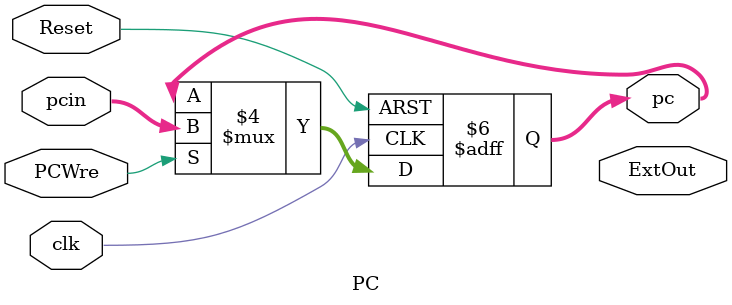
<source format=v>
`timescale 1ns / 1ps


module PC(
    input PCWre,
    input clk,
    input Reset,
    input[31:0] pcin,
    output[31:0] ExtOut,
    output[31:0] pc
    );
    reg[31:0] pc;
    
    always@(posedge clk or negedge Reset)
        begin
            if (!Reset)
                pc = 0;
            else
                begin
                    if (PCWre)
                        begin
                            pc = pcin;
                        end
                end
        end
endmodule

</source>
